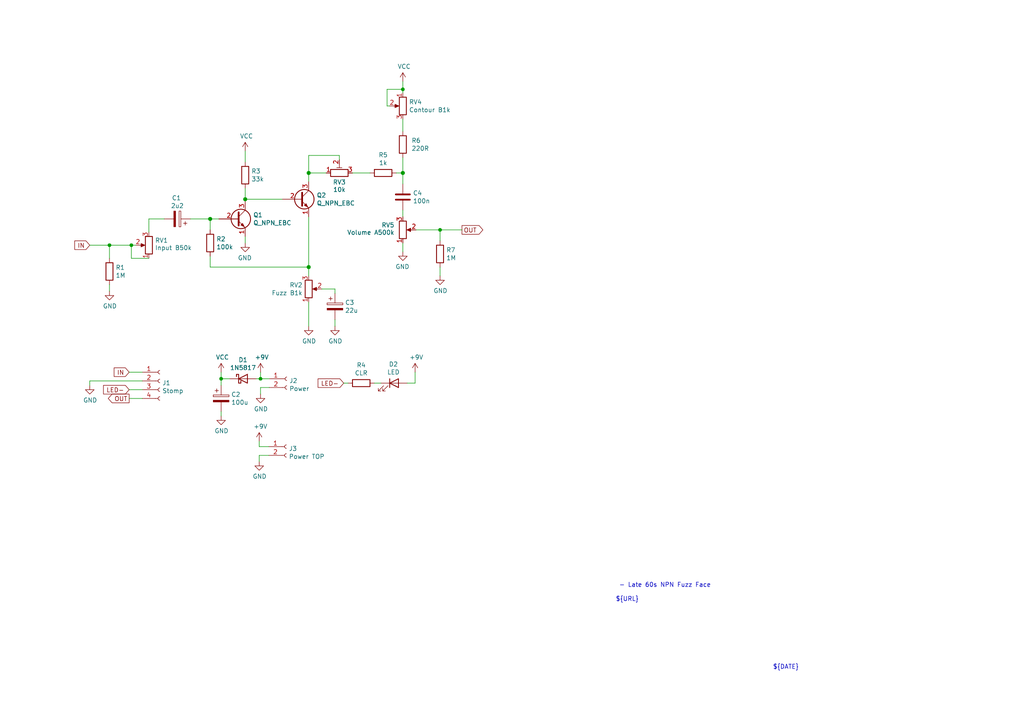
<source format=kicad_sch>
(kicad_sch (version 20211123) (generator eeschema)
  (paper "A4")
  (lib_symbols
    (symbol "Connector:Conn_01x02_Female" (pin_names (offset 1.016) hide)
      (property "Reference" "J" (at 0 2.54 0))
      (property "Value" "Conn_01x02_Female" (at 0 -5.08 0))
      (symbol "Conn_01x02_Female_1_1"
        (arc (start 0 -2.032) (mid -0.508 -2.54) (end 0 -3.048) (stroke (width 0.1524)))
        (polyline (pts (xy -1.27 -2.54) (xy -0.508 -2.54)) (stroke (width 0.1524)))
        (polyline (pts (xy -1.27 0) (xy -0.508 0)) (stroke (width 0.1524)))
        (arc (start 0 0.508) (mid -0.508 0) (end 0 -0.508) (stroke (width 0.1524)))
        (pin passive line (at -5.08 0 0) (length 3.81) (name "Pin_1") (number "1"))
        (pin passive line (at -5.08 -2.54 0) (length 3.81) (name "Pin_2") (number "2"))
      )
    )
    (symbol "Connector:Conn_01x04_Female" (pin_names (offset 1.016) hide)
      (property "Reference" "J" (at 0 5.08 0))
      (property "Value" "Conn_01x04_Female" (at 0 -7.62 0))
      (symbol "Conn_01x04_Female_1_1"
        (arc (start 0 -4.572) (mid -0.508 -5.08) (end 0 -5.588) (stroke (width 0.1524)))
        (arc (start 0 -2.032) (mid -0.508 -2.54) (end 0 -3.048) (stroke (width 0.1524)))
        (polyline (pts (xy -1.27 -5.08) (xy -0.508 -5.08)) (stroke (width 0.1524)))
        (polyline (pts (xy -1.27 -2.54) (xy -0.508 -2.54)) (stroke (width 0.1524)))
        (polyline (pts (xy -1.27 0) (xy -0.508 0)) (stroke (width 0.1524)))
        (polyline (pts (xy -1.27 2.54) (xy -0.508 2.54)) (stroke (width 0.1524)))
        (arc (start 0 0.508) (mid -0.508 0) (end 0 -0.508) (stroke (width 0.1524)))
        (arc (start 0 3.048) (mid -0.508 2.54) (end 0 2.032) (stroke (width 0.1524)))
        (pin passive line (at -5.08 2.54 0) (length 3.81) (name "Pin_1") (number "1"))
        (pin passive line (at -5.08 0 0) (length 3.81) (name "Pin_2") (number "2"))
        (pin passive line (at -5.08 -2.54 0) (length 3.81) (name "Pin_3") (number "3"))
        (pin passive line (at -5.08 -5.08 0) (length 3.81) (name "Pin_4") (number "4"))
      )
    )
    (symbol "Device:C" (pin_numbers hide) (pin_names (offset 0.254))
      (property "Reference" "C" (at 0.635 2.54 0))
      (property "Value" "C" (at 0.635 -2.54 0))
      (symbol "C_0_1"
        (polyline (pts (xy -2.032 -0.762) (xy 2.032 -0.762)) (stroke (width 0.508)))
        (polyline (pts (xy -2.032 0.762) (xy 2.032 0.762)) (stroke (width 0.508)))
      )
      (symbol "C_1_1"
        (pin passive line (at 0 3.81 270) (length 2.794) (name "~") (number "1"))
        (pin passive line (at 0 -3.81 90) (length 2.794) (name "~") (number "2"))
      )
    )
    (symbol "Device:CP" (pin_numbers hide) (pin_names (offset 0.254))
      (property "Reference" "C" (at 0.635 2.54 0))
      (property "Value" "CP" (at 0.635 -2.54 0))
      (symbol "CP_0_1"
        (rectangle (start -2.286 0.508) (end 2.286 1.016))
        (polyline (pts (xy -1.778 2.286) (xy -0.762 2.286)))
        (polyline (pts (xy -1.27 2.794) (xy -1.27 1.778)))
        (rectangle (start 2.286 -0.508) (end -2.286 -1.016) (fill (type outline)))
      )
      (symbol "CP_1_1"
        (pin passive line (at 0 3.81 270) (length 2.794) (name "~") (number "1"))
        (pin passive line (at 0 -3.81 90) (length 2.794) (name "~") (number "2"))
      )
    )
    (symbol "Device:LED" (pin_numbers hide) (pin_names (offset 1.016) hide)
      (property "Reference" "D" (at 0 2.54 0))
      (property "Value" "LED" (at 0 -2.54 0))
      (symbol "LED_0_1"
        (polyline (pts (xy -1.27 -1.27) (xy -1.27 1.27)) (stroke (width 0.254)))
        (polyline (pts (xy -1.27 0) (xy 1.27 0)))
        (polyline (pts (xy 1.27 -1.27) (xy 1.27 1.27) (xy -1.27 0) (xy 1.27 -1.27)) (stroke (width 0.254)))
        (polyline (pts (xy -3.048 -0.762) (xy -4.572 -2.286) (xy -3.81 -2.286) (xy -4.572 -2.286) (xy -4.572 -1.524)))
        (polyline (pts (xy -1.778 -0.762) (xy -3.302 -2.286) (xy -2.54 -2.286) (xy -3.302 -2.286) (xy -3.302 -1.524)))
      )
      (symbol "LED_1_1"
        (pin passive line (at -3.81 0 0) (length 2.54) (name "K") (number "1"))
        (pin passive line (at 3.81 0 180) (length 2.54) (name "A") (number "2"))
      )
    )
    (symbol "Device:Q_NPN_EBC" (pin_names (offset 0) hide)
      (property "Reference" "Q" (at 5.08 1.27 0))
      (property "Value" "Q_NPN_EBC" (at 5.08 -1.27 0))
      (symbol "Q_NPN_EBC_0_1"
        (polyline (pts (xy 0.635 0.635) (xy 2.54 2.54)))
        (polyline (pts (xy 0.635 -0.635) (xy 2.54 -2.54) (xy 2.54 -2.54)))
        (polyline (pts (xy 0.635 1.905) (xy 0.635 -1.905) (xy 0.635 -1.905)) (stroke (width 0.508)))
        (polyline (pts (xy 1.27 -1.778) (xy 1.778 -1.27) (xy 2.286 -2.286) (xy 1.27 -1.778) (xy 1.27 -1.778)) (fill (type outline)))
        (circle (center 1.27 0) (radius 2.8194) (stroke (width 0.254)))
      )
      (symbol "Q_NPN_EBC_1_1"
        (pin passive line (at 2.54 -5.08 90) (length 2.54) (name "E") (number "1"))
        (pin passive line (at -5.08 0 0) (length 5.715) (name "B") (number "2"))
        (pin passive line (at 2.54 5.08 270) (length 2.54) (name "C") (number "3"))
      )
    )
    (symbol "Device:R" (pin_numbers hide) (pin_names (offset 0))
      (property "Reference" "R" (at 2.032 0 90))
      (property "Value" "R" (at 0 0 90))
      (symbol "R_0_1"
        (rectangle (start -1.016 -2.54) (end 1.016 2.54) (stroke (width 0.254)))
      )
      (symbol "R_1_1"
        (pin passive line (at 0 3.81 270) (length 1.27) (name "~") (number "1"))
        (pin passive line (at 0 -3.81 90) (length 1.27) (name "~") (number "2"))
      )
    )
    (symbol "Device:R_POT" (pin_names (offset 1.016) hide)
      (property "Reference" "RV" (at -4.445 0 90))
      (property "Value" "R_POT" (at -2.54 0 90))
      (symbol "R_POT_0_1"
        (polyline (pts (xy 2.54 0) (xy 1.524 0)))
        (polyline (pts (xy 1.143 0) (xy 2.286 0.508) (xy 2.286 -0.508) (xy 1.143 0)) (fill (type outline)))
        (rectangle (start 1.016 2.54) (end -1.016 -2.54) (stroke (width 0.254)))
      )
      (symbol "R_POT_1_1"
        (pin passive line (at 0 3.81 270) (length 1.27) (name "1") (number "1"))
        (pin passive line (at 3.81 0 180) (length 1.27) (name "2") (number "2"))
        (pin passive line (at 0 -3.81 90) (length 1.27) (name "3") (number "3"))
      )
    )
    (symbol "Device:R_POT_TRIM" (pin_names (offset 1.016) hide)
      (property "Reference" "RV" (at -4.445 0 90))
      (property "Value" "R_POT_TRIM" (at -2.54 0 90))
      (symbol "R_POT_TRIM_0_1"
        (polyline (pts (xy 1.524 0.762) (xy 1.524 -0.762)))
        (polyline (pts (xy 2.54 0) (xy 1.524 0)))
        (rectangle (start 1.016 2.54) (end -1.016 -2.54) (stroke (width 0.254)))
      )
      (symbol "R_POT_TRIM_1_1"
        (pin passive line (at 0 3.81 270) (length 1.27) (name "1") (number "1"))
        (pin passive line (at 3.81 0 180) (length 1.27) (name "2") (number "2"))
        (pin passive line (at 0 -3.81 90) (length 1.27) (name "3") (number "3"))
      )
    )
    (symbol "Diode:1N5817" (pin_numbers hide) (pin_names (offset 1.016) hide)
      (property "Reference" "D" (at 0 2.54 0))
      (property "Value" "1N5817" (at 0 -2.54 0))
      (symbol "1N5817_0_1"
        (polyline (pts (xy 1.27 0) (xy -1.27 0)))
        (polyline (pts (xy 1.27 1.27) (xy 1.27 -1.27) (xy -1.27 0) (xy 1.27 1.27)) (stroke (width 0.254)))
        (polyline (pts (xy -1.905 0.635) (xy -1.905 1.27) (xy -1.27 1.27) (xy -1.27 -1.27) (xy -0.635 -1.27) (xy -0.635 -0.635)) (stroke (width 0.254)))
      )
      (symbol "1N5817_1_1"
        (pin passive line (at -3.81 0 0) (length 2.54) (name "K") (number "1"))
        (pin passive line (at 3.81 0 180) (length 2.54) (name "A") (number "2"))
      )
    )
    (symbol "power:+9V" (power) (pin_names (offset 0))
      (property "Value" "+9V" (at 0 3.556 0))
      (symbol "+9V_0_1"
        (polyline (pts (xy -0.762 1.27) (xy 0 2.54)))
        (polyline (pts (xy 0 0) (xy 0 2.54)))
        (polyline (pts (xy 0 2.54) (xy 0.762 1.27)))
      )
      (symbol "+9V_1_1"
        (pin power_in line (at 0 0 90) (length 0) hide (name "+9V") (number "1"))
      )
    )
    (symbol "power:GND" (power) (pin_names (offset 0))
      (property "Value" "GND" (at 0 -3.81 0))
      (symbol "GND_0_1"
        (polyline (pts (xy 0 0) (xy 0 -1.27) (xy 1.27 -1.27) (xy 0 -2.54) (xy -1.27 -1.27) (xy 0 -1.27)))
      )
      (symbol "GND_1_1"
        (pin power_in line (at 0 0 270) (length 0) hide (name "GND") (number "1"))
      )
    )
    (symbol "power:VCC" (power) (pin_names (offset 0))
      (property "Value" "VCC" (at 0 3.81 0))
      (symbol "VCC_0_1"
        (polyline (pts (xy -0.762 1.27) (xy 0 2.54)))
        (polyline (pts (xy 0 0) (xy 0 2.54)))
        (polyline (pts (xy 0 2.54) (xy 0.762 1.27)))
      )
      (symbol "VCC_1_1"
        (pin power_in line (at 0 0 90) (length 0) hide (name "VCC") (number "1"))
      )
    )
  )
  (junction (at 71.12 57.785) (diameter 1.016))
  (junction (at 116.84 50.165) (diameter 1.016))
  (junction (at 127.635 66.675) (diameter 0.9144))
  (junction (at 31.75 71.12) (diameter 0.9144))
  (junction (at 116.84 25.908) (diameter 0.9144))
  (junction (at 75.565 109.855) (diameter 0.9144))
  (junction (at 64.135 109.855) (diameter 0.9144))
  (junction (at 89.535 50.165) (diameter 1.016))
  (junction (at 89.535 77.47) (diameter 1.016))
  (junction (at 60.96 63.5) (diameter 1.016))
  (junction (at 38.1 71.12) (diameter 0.9144))
  (wire (pts (xy 89.535 50.165) (xy 94.615 50.165)))
  (wire (pts (xy 116.84 34.544) (xy 116.84 38.1)))
  (wire (pts (xy 71.12 54.61) (xy 71.12 57.785)))
  (wire (pts (xy 60.96 77.47) (xy 89.535 77.47)))
  (wire (pts (xy 120.396 107.95) (xy 120.396 111.125)))
  (wire (pts (xy 64.135 109.855) (xy 66.675 109.855)))
  (wire (pts (xy 75.565 107.95) (xy 75.565 109.855)))
  (wire (pts (xy 75.565 114.3) (xy 75.565 112.395)))
  (wire (pts (xy 116.84 50.165) (xy 116.84 53.34)))
  (wire (pts (xy 98.425 46.355) (xy 98.425 45.085)))
  (wire (pts (xy 89.535 62.865) (xy 89.535 77.47)))
  (wire (pts (xy 37.465 113.03) (xy 41.275 113.03)))
  (wire (pts (xy 71.12 68.58) (xy 71.12 70.485)))
  (wire (pts (xy 71.12 57.785) (xy 71.12 58.42)))
  (wire (pts (xy 99.695 111.125) (xy 100.965 111.125)))
  (wire (pts (xy 102.235 50.165) (xy 107.315 50.165)))
  (wire (pts (xy 127.635 66.675) (xy 133.985 66.675)))
  (wire (pts (xy 71.12 43.815) (xy 71.12 46.99)))
  (wire (pts (xy 81.915 57.785) (xy 71.12 57.785)))
  (wire (pts (xy 37.465 107.95) (xy 41.275 107.95)))
  (wire (pts (xy 64.135 109.855) (xy 64.135 111.76)))
  (wire (pts (xy 55.245 63.5) (xy 60.96 63.5)))
  (wire (pts (xy 37.465 115.57) (xy 41.275 115.57)))
  (wire (pts (xy 26.035 111.76) (xy 26.035 110.49)))
  (wire (pts (xy 97.155 92.71) (xy 97.155 94.615)))
  (wire (pts (xy 64.135 107.95) (xy 64.135 109.855)))
  (wire (pts (xy 75.565 112.395) (xy 78.105 112.395)))
  (wire (pts (xy 114.935 50.165) (xy 116.84 50.165)))
  (wire (pts (xy 97.155 83.82) (xy 93.345 83.82)))
  (wire (pts (xy 43.18 74.93) (xy 38.1 74.93)))
  (wire (pts (xy 77.978 129.54) (xy 75.184 129.54)))
  (wire (pts (xy 31.75 71.12) (xy 31.75 74.93)))
  (wire (pts (xy 116.84 50.165) (xy 116.84 45.72)))
  (wire (pts (xy 127.635 66.675) (xy 127.635 69.85)))
  (wire (pts (xy 113.03 30.734) (xy 112.268 30.734)))
  (wire (pts (xy 120.65 66.675) (xy 127.635 66.675)))
  (wire (pts (xy 116.84 60.96) (xy 116.84 62.865)))
  (wire (pts (xy 43.18 63.5) (xy 43.18 67.31)))
  (wire (pts (xy 60.96 74.295) (xy 60.96 77.47)))
  (wire (pts (xy 47.625 63.5) (xy 43.18 63.5)))
  (wire (pts (xy 75.184 128.016) (xy 75.184 129.54)))
  (wire (pts (xy 120.396 111.125) (xy 118.11 111.125)))
  (wire (pts (xy 98.425 45.085) (xy 89.535 45.085)))
  (wire (pts (xy 75.184 132.08) (xy 75.184 133.858)))
  (wire (pts (xy 60.96 63.5) (xy 60.96 66.675)))
  (wire (pts (xy 64.135 119.38) (xy 64.135 120.65)))
  (wire (pts (xy 112.268 30.734) (xy 112.268 25.908)))
  (wire (pts (xy 31.75 82.55) (xy 31.75 84.455)))
  (wire (pts (xy 127.635 77.47) (xy 127.635 80.01)))
  (wire (pts (xy 31.75 71.12) (xy 38.1 71.12)))
  (wire (pts (xy 74.295 109.855) (xy 75.565 109.855)))
  (wire (pts (xy 89.535 45.085) (xy 89.535 50.165)))
  (wire (pts (xy 77.978 132.08) (xy 75.184 132.08)))
  (wire (pts (xy 89.535 50.165) (xy 89.535 52.705)))
  (wire (pts (xy 116.84 70.485) (xy 116.84 73.025)))
  (wire (pts (xy 38.1 71.12) (xy 39.37 71.12)))
  (wire (pts (xy 108.585 111.125) (xy 110.49 111.125)))
  (wire (pts (xy 89.535 87.63) (xy 89.535 94.615)))
  (wire (pts (xy 97.155 85.09) (xy 97.155 83.82)))
  (wire (pts (xy 116.84 25.908) (xy 116.84 26.924)))
  (wire (pts (xy 116.84 23.622) (xy 116.84 25.908)))
  (wire (pts (xy 75.565 109.855) (xy 78.105 109.855)))
  (wire (pts (xy 38.1 74.93) (xy 38.1 71.12)))
  (wire (pts (xy 26.035 71.12) (xy 31.75 71.12)))
  (wire (pts (xy 60.96 63.5) (xy 63.5 63.5)))
  (wire (pts (xy 112.268 25.908) (xy 116.84 25.908)))
  (wire (pts (xy 89.535 77.47) (xy 89.535 80.01)))
  (wire (pts (xy 26.035 110.49) (xy 41.275 110.49)))
  (text "${REVISION}\n" (at 273.685 194.31 0) (effects (font (size 1.27 1.27)) (justify left bottom)))
  (text "${TITLE} - Late 60s NPN Fuzz Face\n\n${URL}" (at 178.562 174.625 0) (effects (font (size 1.27 1.27)) (justify left bottom)))
  (text "${TITLE}" (at 221.615 191.77 0) (effects (font (size 2 2)) (justify left bottom)))
  (text "${DATE}" (at 224.155 194.31 0) (effects (font (size 1.27 1.27)) (justify left bottom)))
  (global_label "OUT" (shape output) (at 133.985 66.675 0) (property "Intersheet References" "${INTERSHEET_REFS}" (effects hide)))
  (global_label "OUT" (shape output) (at 37.465 115.57 180) (property "Intersheet References" "${INTERSHEET_REFS}" (effects hide)))
  (global_label "LED-" (shape input) (at 37.465 113.03 180) (property "Intersheet References" "${INTERSHEET_REFS}" (effects hide)))
  (global_label "LED-" (shape input) (at 99.695 111.125 180) (property "Intersheet References" "${INTERSHEET_REFS}" (effects hide)))
  (global_label "IN" (shape input) (at 26.035 71.12 180) (property "Intersheet References" "${INTERSHEET_REFS}" (effects hide)))
  (global_label "IN" (shape input) (at 37.465 107.95 180) (property "Intersheet References" "${INTERSHEET_REFS}" (effects hide)))
  (symbol (lib_id "Device:CP") (at 51.435 63.5 270) (mirror x) (unit 1)
    (property "Reference" "C1" (at 51.181 57.4232 90))
    (property "Value" "2u2" (at 51.435 59.6965 90))
    (property "Footprint" "rockola_kicad_footprints:CP_D5.0_P2.50" (effects hide))
  )
  (symbol (lib_id "power:GND") (at 64.135 120.65 0) (unit 1)
    (property "Reference" "#PWR04" (effects hide))
    (property "Value" "GND" (at 64.2493 124.9744 0))
  )
  (symbol (lib_id "Device:CP") (at 97.155 88.9 0) (unit 1)
    (property "Reference" "C3" (at 100.0761 87.7506 0) (effects (justify left)))
    (property "Value" "22u" (at 100.076 90.049 0) (effects (justify left)))
    (property "Footprint" "rockola_kicad_footprints:CP_D5.0_P2.50" (effects hide))
  )
  (symbol (lib_id "power:+9V") (at 75.565 107.95 0) (unit 1)
    (property "Reference" "#PWR07" (effects hide))
    (property "Value" "+9V" (at 75.9333 103.6256 0))
  )
  (symbol (lib_id "Device:LED") (at 114.3 111.125 0) (unit 1)
    (property "Reference" "D2" (at 114.1095 105.6448 0))
    (property "Value" "LED" (at 114.1095 107.9435 0))
    (property "Footprint" "rockola_kicad_footprints:LED.3mm" (effects hide))
  )
  (symbol (lib_id "Device:CP") (at 64.135 115.57 0) (unit 1)
    (property "Reference" "C2" (at 67.0561 114.4206 0) (effects (justify left)))
    (property "Value" "100u" (at 67.0561 116.7193 0) (effects (justify left)))
    (property "Footprint" "rockola_kicad_footprints:CP_D6.3_P2.50" (effects hide))
  )
  (symbol (lib_id "power:VCC") (at 116.84 23.622 0) (unit 1)
    (property "Reference" "#PWR011" (effects hide))
    (property "Value" "VCC" (at 117.2083 19.2976 0))
  )
  (symbol (lib_id "power:VCC") (at 64.135 107.95 0) (unit 1)
    (property "Reference" "#PWR03" (effects hide))
    (property "Value" "VCC" (at 64.5033 103.6256 0))
  )
  (symbol (lib_id "power:GND") (at 31.75 84.455 0) (unit 1)
    (property "Reference" "#PWR02" (effects hide))
    (property "Value" "GND" (at 31.8643 88.7794 0))
  )
  (symbol (lib_id "power:GND") (at 26.035 111.76 0) (unit 1)
    (property "Reference" "#PWR01" (effects hide))
    (property "Value" "GND" (at 26.1493 116.0844 0))
  )
  (symbol (lib_id "Diode:1N5817") (at 70.485 109.855 0) (unit 1)
    (property "Reference" "D1" (at 70.485 104.3748 0))
    (property "Value" "1N5817" (at 70.485 106.6735 0))
    (property "Footprint" "Diode_THT:D_DO-41_SOD81_P10.16mm_Horizontal" (effects hide))
    (property "Datasheet" "http://www.vishay.com/docs/88525/1n5817.pdf" (effects hide))
  )
  (symbol (lib_id "Device:Q_NPN_EBC") (at 68.58 63.5 0) (unit 1)
    (property "Reference" "Q1" (at 73.4315 62.3506 0) (effects (justify left)))
    (property "Value" "Q_NPN_EBC" (at 73.4315 64.6493 0) (effects (justify left)))
    (property "Footprint" "rockola_kicad_footprints:TO92_EBC" (effects hide))
  )
  (symbol (lib_id "Device:R_POT_TRIM") (at 98.425 50.165 90) (unit 1)
    (property "Reference" "RV3" (at 98.425 52.851 90))
    (property "Value" "10k" (at 98.425 54.997 90))
    (property "Footprint" "potentiometers:TRIM1" (effects hide))
  )
  (symbol (lib_id "power:GND") (at 116.84 73.025 0) (mirror y) (unit 1)
    (property "Reference" "#PWR012" (effects hide))
    (property "Value" "GND" (at 116.7257 77.3494 0))
  )
  (symbol (lib_id "Device:R") (at 60.96 70.485 0) (unit 1)
    (property "Reference" "R2" (at 62.7381 69.3356 0) (effects (justify left)))
    (property "Value" "100k" (at 62.7381 71.6343 0) (effects (justify left)))
    (property "Footprint" "rockola_kicad_footprints:R_DIN0207" (effects hide))
  )
  (symbol (lib_id "power:VCC") (at 71.12 43.815 0) (unit 1)
    (property "Reference" "#PWR05" (effects hide))
    (property "Value" "VCC" (at 71.4883 39.4906 0))
  )
  (symbol (lib_id "power:GND") (at 127.635 80.01 0) (unit 1)
    (property "Reference" "#PWR014" (effects hide))
    (property "Value" "GND" (at 127.7493 84.3344 0))
  )
  (symbol (lib_id "Connector:Conn_01x02_Female") (at 83.058 129.54 0) (unit 1)
    (property "Reference" "J3" (at 83.7693 130.1178 0) (effects (justify left)))
    (property "Value" "Power TOP" (at 83.7693 132.4165 0) (effects (justify left)))
    (property "Footprint" "rockola_kicad_footprints:Power_Header_2pin_TOP" (effects hide))
  )
  (symbol (lib_id "Device:R") (at 111.125 50.165 270) (mirror x) (unit 1)
    (property "Reference" "R5" (at 111.125 44.9388 90))
    (property "Value" "1k" (at 111.125 47.2375 90))
    (property "Footprint" "rockola_kicad_footprints:R_DIN0207" (effects hide))
  )
  (symbol (lib_id "Device:R") (at 116.84 41.91 0) (mirror y) (unit 1)
    (property "Reference" "R6" (at 122.0469 40.7606 0) (effects (justify left)))
    (property "Value" "220R" (at 124.4599 43.0593 0) (effects (justify left)))
    (property "Footprint" "rockola_kicad_footprints:R_DIN0207" (effects hide))
  )
  (symbol (lib_id "Device:R") (at 127.635 73.66 0) (unit 1)
    (property "Reference" "R7" (at 129.4131 72.5106 0) (effects (justify left)))
    (property "Value" "1M" (at 129.4131 74.8093 0) (effects (justify left)))
    (property "Footprint" "rockola_kicad_footprints:R_DIN0207" (effects hide))
  )
  (symbol (lib_id "Device:R_POT") (at 89.535 83.82 0) (mirror x) (unit 1)
    (property "Reference" "RV2" (at 87.757 82.6706 0) (effects (justify right)))
    (property "Value" "Fuzz B1k" (at 87.757 84.9693 0) (effects (justify right)))
    (property "Footprint" "potentiometers:16MM_B.MOUNT" (effects hide))
  )
  (symbol (lib_id "Device:R_POT") (at 116.84 66.675 0) (mirror x) (unit 1)
    (property "Reference" "RV5" (at 114.427 65.284 0) (effects (justify right)))
    (property "Value" "Volume A500k" (at 114.4269 67.4307 0) (effects (justify right)))
    (property "Footprint" "potentiometers:16MM_B.MOUNT" (effects hide))
  )
  (symbol (lib_id "Connector:Conn_01x04_Female") (at 46.355 110.49 0) (unit 1)
    (property "Reference" "J1" (at 47.0663 111.0678 0) (effects (justify left)))
    (property "Value" "Stomp" (at 47.0663 113.3665 0) (effects (justify left)))
    (property "Footprint" "rockola_kicad_footprints:Stomp_4pin" (effects hide))
  )
  (symbol (lib_id "Device:R") (at 104.775 111.125 90) (unit 1)
    (property "Reference" "R4" (at 104.775 105.8988 90))
    (property "Value" "CLR" (at 104.775 108.1975 90))
    (property "Footprint" "rockola_kicad_footprints:R_DIN0207" (effects hide))
  )
  (symbol (lib_id "Device:Q_NPN_EBC") (at 86.995 57.785 0) (unit 1)
    (property "Reference" "Q2" (at 91.8465 56.6356 0) (effects (justify left)))
    (property "Value" "Q_NPN_EBC" (at 91.8465 58.9343 0) (effects (justify left)))
    (property "Footprint" "rockola_kicad_footprints:TO92_EBC" (effects hide))
  )
  (symbol (lib_id "power:GND") (at 89.535 94.615 0) (unit 1)
    (property "Reference" "#PWR09" (effects hide))
    (property "Value" "GND" (at 89.6493 98.9394 0))
  )
  (symbol (lib_id "power:GND") (at 75.565 114.3 0) (unit 1)
    (property "Reference" "#PWR08" (effects hide))
    (property "Value" "GND" (at 75.6793 118.6244 0))
  )
  (symbol (lib_id "power:GND") (at 71.12 70.485 0) (mirror y) (unit 1)
    (property "Reference" "#PWR06" (effects hide))
    (property "Value" "GND" (at 71.0057 74.8094 0))
  )
  (symbol (lib_id "Connector:Conn_01x02_Female") (at 83.185 109.855 0) (unit 1)
    (property "Reference" "J2" (at 83.8963 110.4328 0) (effects (justify left)))
    (property "Value" "Power" (at 83.8963 112.7315 0) (effects (justify left)))
    (property "Footprint" "rockola_kicad_footprints:Power_Header_2pin_TOP" (effects hide))
  )
  (symbol (lib_id "power:+9V") (at 75.184 128.016 0) (unit 1)
    (property "Reference" "#PWR013" (effects hide))
    (property "Value" "+9V" (at 75.5523 123.6916 0))
  )
  (symbol (lib_id "power:GND") (at 97.155 94.615 0) (unit 1)
    (property "Reference" "#PWR010" (effects hide))
    (property "Value" "GND" (at 97.2693 98.9394 0))
  )
  (symbol (lib_id "Device:C") (at 116.84 57.15 0) (unit 1)
    (property "Reference" "C4" (at 119.7611 56.0006 0) (effects (justify left)))
    (property "Value" "100n" (at 119.761 58.299 0) (effects (justify left)))
    (property "Footprint" "rockola_kicad_footprints:C_Box_7.2_2.5" (effects hide))
  )
  (symbol (lib_id "Device:R") (at 31.75 78.74 0) (unit 1)
    (property "Reference" "R1" (at 33.5281 77.5906 0) (effects (justify left)))
    (property "Value" "1M" (at 33.5281 79.8893 0) (effects (justify left)))
    (property "Footprint" "rockola_kicad_footprints:R_DIN0207" (effects hide))
  )
  (symbol (lib_id "Device:R_POT") (at 116.84 30.734 0) (mirror y) (unit 1)
    (property "Reference" "RV4" (at 118.6181 29.5846 0) (effects (justify right)))
    (property "Value" "Contour B1k" (at 118.6181 31.8833 0) (effects (justify right)))
    (property "Footprint" "potentiometers:16MM_B.MOUNT" (effects hide))
  )
  (symbol (lib_id "power:GND") (at 75.184 133.858 0) (unit 1)
    (property "Reference" "#PWR015" (effects hide))
    (property "Value" "GND" (at 75.2983 138.1824 0))
  )
  (symbol (lib_id "Device:R") (at 71.12 50.8 0) (unit 1)
    (property "Reference" "R3" (at 72.8981 49.6506 0) (effects (justify left)))
    (property "Value" "33k" (at 72.8981 51.9493 0) (effects (justify left)))
    (property "Footprint" "rockola_kicad_footprints:R_DIN0207" (effects hide))
  )
  (symbol (lib_id "power:+9V") (at 120.396 107.95 0) (unit 1)
    (property "Reference" "#PWR016" (effects hide))
    (property "Value" "+9V" (at 120.7643 103.6256 0))
  )
  (symbol (lib_id "Device:R_POT") (at 43.18 71.12 180) (unit 1)
    (property "Reference" "RV1" (at 44.9581 69.7294 0) (effects (justify right)))
    (property "Value" "Input B50k" (at 44.958 71.876 0) (effects (justify right)))
    (property "Footprint" "potentiometers:16MM_B.MOUNT" (effects hide))
  )
)
</source>
